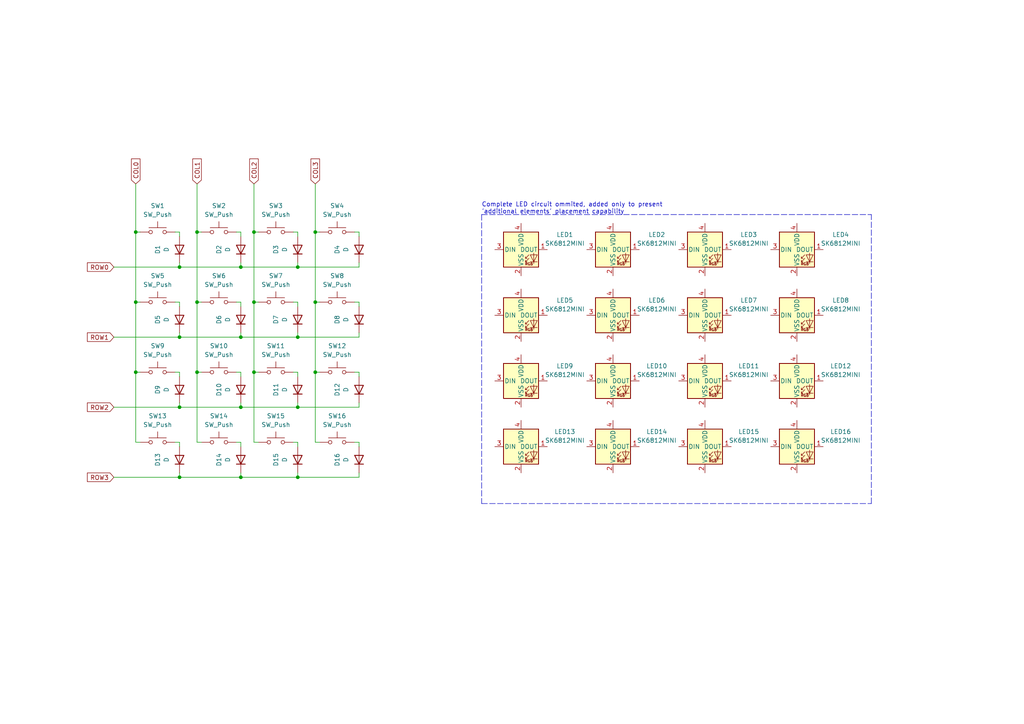
<source format=kicad_sch>
(kicad_sch (version 20211123) (generator eeschema)
  (paper "A4")
  (lib_symbols
    (symbol "Device:D" (pin_numbers hide) (pin_names (offset 1.016) hide)
      (property "Reference" "D" (at 0 2.54 0))
      (property "Value" "D" (at 0 -2.54 0))
      (symbol "D_0_1"
        (polyline (pts (xy -1.27 1.27) (xy -1.27 -1.27)) (stroke (width 0.254)))
        (polyline (pts (xy 1.27 0) (xy -1.27 0)))
        (polyline (pts (xy 1.27 1.27) (xy 1.27 -1.27) (xy -1.27 0) (xy 1.27 1.27)) (stroke (width 0.254)))
      )
      (symbol "D_1_1"
        (pin passive line (at -3.81 0 0) (length 2.54) (name "K") (number "1"))
        (pin passive line (at 3.81 0 180) (length 2.54) (name "A") (number "2"))
      )
    )
    (symbol "LED:SK6812MINI" (pin_names (offset 0.254))
      (property "Reference" "D" (at 5.08 5.715 0))
      (property "Value" "SK6812MINI" (at 1.27 -5.715 0))
      (symbol "SK6812MINI_0_0"
        (text "RGB" (at 2.286 -4.191 0) (effects (font (size 0.762 0.762))))
      )
      (symbol "SK6812MINI_0_1"
        (polyline (pts (xy 1.27 -3.556) (xy 1.778 -3.556)))
        (polyline (pts (xy 1.27 -2.54) (xy 1.778 -2.54)))
        (polyline (pts (xy 4.699 -3.556) (xy 2.667 -3.556)))
        (polyline (pts (xy 2.286 -2.54) (xy 1.27 -3.556) (xy 1.27 -3.048)))
        (polyline (pts (xy 2.286 -1.524) (xy 1.27 -2.54) (xy 1.27 -2.032)))
        (polyline (pts (xy 3.683 -1.016) (xy 3.683 -3.556) (xy 3.683 -4.064)))
        (polyline (pts (xy 4.699 -1.524) (xy 2.667 -1.524) (xy 3.683 -3.556) (xy 4.699 -1.524)))
        (rectangle (start 5.08 5.08) (end -5.08 -5.08) (stroke (width 0.254)) (fill (type background)))
      )
      (symbol "SK6812MINI_1_1"
        (pin output line (at 7.62 0 180) (length 2.54) (name "DOUT") (number "1"))
        (pin power_in line (at 0 -7.62 90) (length 2.54) (name "VSS") (number "2"))
        (pin input line (at -7.62 0 0) (length 2.54) (name "DIN") (number "3"))
        (pin power_in line (at 0 7.62 270) (length 2.54) (name "VDD") (number "4"))
      )
    )
    (symbol "Switch:SW_Push" (pin_numbers hide) (pin_names (offset 1.016) hide)
      (property "Reference" "SW" (at 1.27 2.54 0))
      (property "Value" "SW_Push" (at 0 -1.524 0))
      (symbol "SW_Push_0_1"
        (circle (center -2.032 0) (radius 0.508))
        (polyline (pts (xy 0 1.27) (xy 0 3.048)))
        (polyline (pts (xy 2.54 1.27) (xy -2.54 1.27)))
        (circle (center 2.032 0) (radius 0.508))
        (pin passive line (at -5.08 0 0) (length 2.54) (name "1") (number "1"))
        (pin passive line (at 5.08 0 180) (length 2.54) (name "2") (number "2"))
      )
    )
  )
  (junction (at 91.44 107.95))
  (junction (at 69.85 138.43))
  (junction (at 69.85 77.47))
  (junction (at 91.44 67.31))
  (junction (at 57.15 67.31))
  (junction (at 86.36 138.43))
  (junction (at 52.07 138.43))
  (junction (at 86.36 97.79))
  (junction (at 39.37 87.63))
  (junction (at 73.66 67.31))
  (junction (at 52.07 118.11))
  (junction (at 52.07 77.47))
  (junction (at 57.15 87.63))
  (junction (at 39.37 67.31))
  (junction (at 86.36 118.11))
  (junction (at 73.66 87.63))
  (junction (at 69.85 118.11))
  (junction (at 86.36 77.47))
  (junction (at 52.07 97.79))
  (junction (at 73.66 107.95))
  (junction (at 91.44 87.63))
  (junction (at 39.37 107.95))
  (junction (at 57.15 107.95))
  (junction (at 69.85 97.79))
  (wire (pts (xy 102.87 107.95) (xy 104.14 107.95)))
  (wire (pts (xy 104.14 67.31) (xy 104.14 68.58)))
  (wire (pts (xy 73.66 87.63) (xy 73.66 107.95)))
  (wire (pts (xy 86.36 67.31) (xy 86.36 68.58)))
  (wire (pts (xy 104.14 137.16) (xy 104.14 138.43)))
  (wire (pts (xy 33.02 138.43) (xy 52.07 138.43)))
  (wire (pts (xy 104.14 96.52) (xy 104.14 97.79)))
  (wire (pts (xy 74.93 67.31) (xy 73.66 67.31)))
  (wire (pts (xy 92.71 128.27) (xy 91.44 128.27)))
  (wire (pts (xy 52.07 97.79) (xy 69.85 97.79)))
  (wire (pts (xy 86.36 118.11) (xy 104.14 118.11)))
  (wire (pts (xy 92.71 67.31) (xy 91.44 67.31)))
  (polyline (pts (xy 252.73 146.05) (xy 252.73 62.23)))
  (wire (pts (xy 68.58 87.63) (xy 69.85 87.63)))
  (wire (pts (xy 86.36 97.79) (xy 104.14 97.79)))
  (wire (pts (xy 39.37 53.34) (xy 39.37 67.31)))
  (wire (pts (xy 86.36 76.2) (xy 86.36 77.47)))
  (wire (pts (xy 73.66 107.95) (xy 73.66 128.27)))
  (wire (pts (xy 74.93 107.95) (xy 73.66 107.95)))
  (wire (pts (xy 102.87 87.63) (xy 104.14 87.63)))
  (wire (pts (xy 57.15 87.63) (xy 57.15 107.95)))
  (wire (pts (xy 69.85 77.47) (xy 86.36 77.47)))
  (wire (pts (xy 52.07 76.2) (xy 52.07 77.47)))
  (wire (pts (xy 52.07 107.95) (xy 52.07 109.22)))
  (wire (pts (xy 58.42 67.31) (xy 57.15 67.31)))
  (wire (pts (xy 74.93 128.27) (xy 73.66 128.27)))
  (wire (pts (xy 104.14 107.95) (xy 104.14 109.22)))
  (wire (pts (xy 52.07 137.16) (xy 52.07 138.43)))
  (wire (pts (xy 69.85 118.11) (xy 86.36 118.11)))
  (wire (pts (xy 52.07 118.11) (xy 69.85 118.11)))
  (wire (pts (xy 69.85 96.52) (xy 69.85 97.79)))
  (wire (pts (xy 69.85 137.16) (xy 69.85 138.43)))
  (wire (pts (xy 52.07 138.43) (xy 69.85 138.43)))
  (wire (pts (xy 69.85 76.2) (xy 69.85 77.47)))
  (wire (pts (xy 57.15 53.34) (xy 57.15 67.31)))
  (wire (pts (xy 85.09 87.63) (xy 86.36 87.63)))
  (wire (pts (xy 68.58 67.31) (xy 69.85 67.31)))
  (wire (pts (xy 86.36 128.27) (xy 86.36 129.54)))
  (wire (pts (xy 40.64 107.95) (xy 39.37 107.95)))
  (wire (pts (xy 39.37 87.63) (xy 39.37 107.95)))
  (wire (pts (xy 73.66 53.34) (xy 73.66 67.31)))
  (wire (pts (xy 69.85 138.43) (xy 86.36 138.43)))
  (wire (pts (xy 69.85 128.27) (xy 69.85 129.54)))
  (wire (pts (xy 91.44 87.63) (xy 91.44 107.95)))
  (wire (pts (xy 86.36 87.63) (xy 86.36 88.9)))
  (wire (pts (xy 86.36 107.95) (xy 86.36 109.22)))
  (wire (pts (xy 91.44 53.34) (xy 91.44 67.31)))
  (wire (pts (xy 92.71 87.63) (xy 91.44 87.63)))
  (wire (pts (xy 52.07 116.84) (xy 52.07 118.11)))
  (wire (pts (xy 69.85 116.84) (xy 69.85 118.11)))
  (wire (pts (xy 86.36 116.84) (xy 86.36 118.11)))
  (wire (pts (xy 33.02 77.47) (xy 52.07 77.47)))
  (wire (pts (xy 91.44 107.95) (xy 91.44 128.27)))
  (wire (pts (xy 85.09 67.31) (xy 86.36 67.31)))
  (wire (pts (xy 40.64 128.27) (xy 39.37 128.27)))
  (wire (pts (xy 39.37 67.31) (xy 39.37 87.63)))
  (wire (pts (xy 58.42 107.95) (xy 57.15 107.95)))
  (wire (pts (xy 50.8 67.31) (xy 52.07 67.31)))
  (wire (pts (xy 52.07 96.52) (xy 52.07 97.79)))
  (wire (pts (xy 86.36 96.52) (xy 86.36 97.79)))
  (wire (pts (xy 50.8 128.27) (xy 52.07 128.27)))
  (wire (pts (xy 104.14 128.27) (xy 104.14 129.54)))
  (wire (pts (xy 69.85 67.31) (xy 69.85 68.58)))
  (wire (pts (xy 102.87 128.27) (xy 104.14 128.27)))
  (wire (pts (xy 104.14 116.84) (xy 104.14 118.11)))
  (wire (pts (xy 52.07 67.31) (xy 52.07 68.58)))
  (wire (pts (xy 85.09 128.27) (xy 86.36 128.27)))
  (wire (pts (xy 104.14 87.63) (xy 104.14 88.9)))
  (wire (pts (xy 52.07 128.27) (xy 52.07 129.54)))
  (wire (pts (xy 40.64 67.31) (xy 39.37 67.31)))
  (wire (pts (xy 69.85 87.63) (xy 69.85 88.9)))
  (polyline (pts (xy 139.7 62.23) (xy 252.73 62.23)))
  (wire (pts (xy 52.07 77.47) (xy 69.85 77.47)))
  (wire (pts (xy 33.02 97.79) (xy 52.07 97.79)))
  (wire (pts (xy 92.71 107.95) (xy 91.44 107.95)))
  (wire (pts (xy 58.42 87.63) (xy 57.15 87.63)))
  (wire (pts (xy 86.36 137.16) (xy 86.36 138.43)))
  (wire (pts (xy 86.36 77.47) (xy 104.14 77.47)))
  (wire (pts (xy 91.44 67.31) (xy 91.44 87.63)))
  (wire (pts (xy 50.8 107.95) (xy 52.07 107.95)))
  (wire (pts (xy 102.87 67.31) (xy 104.14 67.31)))
  (polyline (pts (xy 139.7 62.23) (xy 139.7 146.05)))
  (wire (pts (xy 39.37 107.95) (xy 39.37 128.27)))
  (wire (pts (xy 40.64 87.63) (xy 39.37 87.63)))
  (wire (pts (xy 85.09 107.95) (xy 86.36 107.95)))
  (wire (pts (xy 69.85 107.95) (xy 69.85 109.22)))
  (wire (pts (xy 52.07 87.63) (xy 52.07 88.9)))
  (wire (pts (xy 57.15 107.95) (xy 57.15 128.27)))
  (wire (pts (xy 68.58 107.95) (xy 69.85 107.95)))
  (wire (pts (xy 58.42 128.27) (xy 57.15 128.27)))
  (wire (pts (xy 50.8 87.63) (xy 52.07 87.63)))
  (polyline (pts (xy 139.7 146.05) (xy 252.73 146.05)))
  (wire (pts (xy 74.93 87.63) (xy 73.66 87.63)))
  (wire (pts (xy 57.15 67.31) (xy 57.15 87.63)))
  (wire (pts (xy 68.58 128.27) (xy 69.85 128.27)))
  (wire (pts (xy 69.85 97.79) (xy 86.36 97.79)))
  (wire (pts (xy 104.14 76.2) (xy 104.14 77.47)))
  (wire (pts (xy 33.02 118.11) (xy 52.07 118.11)))
  (wire (pts (xy 86.36 138.43) (xy 104.14 138.43)))
  (wire (pts (xy 73.66 67.31) (xy 73.66 87.63)))
  (text "Complete LED circuit ommited, added only to present\n'additional elements' placement capability" (at 139.7 62.23 0) (effects (font (size 1.27 1.27)) (justify left bottom)))
  (global_label "COL2" (shape input) (at 73.66 53.34 90) (property "Intersheet References" "${INTERSHEET_REFS}" (effects hide)))
  (global_label "ROW3" (shape input) (at 33.02 138.43 180) (property "Intersheet References" "${INTERSHEET_REFS}" (effects hide)))
  (global_label "COL3" (shape input) (at 91.44 53.34 90) (property "Intersheet References" "${INTERSHEET_REFS}" (effects hide)))
  (global_label "COL0" (shape input) (at 39.37 53.34 90) (property "Intersheet References" "${INTERSHEET_REFS}" (effects hide)))
  (global_label "ROW0" (shape input) (at 33.02 77.47 180) (property "Intersheet References" "${INTERSHEET_REFS}" (effects hide)))
  (global_label "ROW1" (shape input) (at 33.02 97.79 180) (property "Intersheet References" "${INTERSHEET_REFS}" (effects hide)))
  (global_label "COL1" (shape input) (at 57.15 53.34 90) (property "Intersheet References" "${INTERSHEET_REFS}" (effects hide)))
  (global_label "ROW2" (shape input) (at 33.02 118.11 180) (property "Intersheet References" "${INTERSHEET_REFS}" (effects hide)))
  (symbol (lib_id "Device:D") (at 86.36 133.35 90) (unit 1)
    (property "Reference" "D15" (at 80.01 133.35 0))
    (property "Value" "D" (at 82.55 133.35 0))
    (property "Footprint" "Diode_SMD:D_SOD-323F" (effects hide))
  )
  (symbol (lib_id "LED:SK6812MINI") (at 204.47 72.39 0) (unit 1)
    (property "Reference" "LED3" (at 217.17 68.0593 0))
    (property "Value" "SK6812MINI" (at 217.17 70.5993 0))
    (property "Footprint" "LED_SMD:LED_SK6812MINI_PLCC4_3.5x3.5mm_P1.75mm" (effects hide))
    (property "Datasheet" "https://cdn-shop.adafruit.com/product-files/2686/SK6812MINI_REV.01-1-2.pdf" (effects hide))
  )
  (symbol (lib_id "Device:D") (at 52.07 113.03 90) (unit 1)
    (property "Reference" "D9" (at 45.72 113.03 0))
    (property "Value" "D" (at 48.26 113.03 0))
    (property "Footprint" "Diode_SMD:D_SOD-323F" (effects hide))
  )
  (symbol (lib_id "Device:D") (at 86.36 72.39 90) (unit 1)
    (property "Reference" "D3" (at 80.01 72.39 0))
    (property "Value" "D" (at 82.55 72.39 0))
    (property "Footprint" "Diode_SMD:D_SOD-323F" (effects hide))
  )
  (symbol (lib_id "Switch:SW_Push") (at 97.79 67.31 0) (unit 1)
    (property "Reference" "SW4" (at 97.79 59.69 0))
    (property "Value" "SW_Push" (at 97.79 62.23 0))
    (property "Footprint" "Switch_Keyboard_Cherry_MX:SW_Cherry_MX_PCB_1.00u" (effects hide))
  )
  (symbol (lib_id "Device:D") (at 104.14 113.03 90) (unit 1)
    (property "Reference" "D12" (at 97.79 113.03 0))
    (property "Value" "D" (at 100.33 113.03 0))
    (property "Footprint" "Diode_SMD:D_SOD-323F" (effects hide))
  )
  (symbol (lib_id "Switch:SW_Push") (at 97.79 87.63 0) (unit 1)
    (property "Reference" "SW8" (at 97.79 80.01 0))
    (property "Value" "SW_Push" (at 97.79 82.55 0))
    (property "Footprint" "Switch_Keyboard_Cherry_MX:SW_Cherry_MX_PCB_1.00u" (effects hide))
  )
  (symbol (lib_id "Device:D") (at 86.36 113.03 90) (unit 1)
    (property "Reference" "D11" (at 80.01 113.03 0))
    (property "Value" "D" (at 82.55 113.03 0))
    (property "Footprint" "Diode_SMD:D_SOD-323F" (effects hide))
  )
  (symbol (lib_id "LED:SK6812MINI") (at 151.13 110.49 0) (unit 1)
    (property "Reference" "LED9" (at 163.83 106.1593 0))
    (property "Value" "SK6812MINI" (at 163.83 108.6993 0))
    (property "Footprint" "LED_SMD:LED_SK6812MINI_PLCC4_3.5x3.5mm_P1.75mm" (effects hide))
    (property "Datasheet" "https://cdn-shop.adafruit.com/product-files/2686/SK6812MINI_REV.01-1-2.pdf" (effects hide))
  )
  (symbol (lib_id "Switch:SW_Push") (at 45.72 107.95 0) (unit 1)
    (property "Reference" "SW9" (at 45.72 100.33 0))
    (property "Value" "SW_Push" (at 45.72 102.87 0))
    (property "Footprint" "Switch_Keyboard_Cherry_MX:SW_Cherry_MX_PCB_1.00u" (effects hide))
  )
  (symbol (lib_id "Switch:SW_Push") (at 63.5 107.95 0) (unit 1)
    (property "Reference" "SW10" (at 63.5 100.33 0))
    (property "Value" "SW_Push" (at 63.5 102.87 0))
    (property "Footprint" "Switch_Keyboard_Cherry_MX:SW_Cherry_MX_PCB_1.00u" (effects hide))
  )
  (symbol (lib_id "Switch:SW_Push") (at 97.79 128.27 0) (unit 1)
    (property "Reference" "SW16" (at 97.79 120.65 0))
    (property "Value" "SW_Push" (at 97.79 123.19 0))
    (property "Footprint" "Switch_Keyboard_Cherry_MX:SW_Cherry_MX_PCB_1.00u" (effects hide))
  )
  (symbol (lib_id "LED:SK6812MINI") (at 151.13 129.54 0) (unit 1)
    (property "Reference" "LED13" (at 163.83 125.2093 0))
    (property "Value" "SK6812MINI" (at 163.83 127.7493 0))
    (property "Footprint" "LED_SMD:LED_SK6812MINI_PLCC4_3.5x3.5mm_P1.75mm" (effects hide))
    (property "Datasheet" "https://cdn-shop.adafruit.com/product-files/2686/SK6812MINI_REV.01-1-2.pdf" (effects hide))
  )
  (symbol (lib_id "Switch:SW_Push") (at 63.5 67.31 0) (unit 1)
    (property "Reference" "SW2" (at 63.5 59.69 0))
    (property "Value" "SW_Push" (at 63.5 62.23 0))
    (property "Footprint" "Switch_Keyboard_Cherry_MX:SW_Cherry_MX_PCB_1.00u" (effects hide))
  )
  (symbol (lib_id "Device:D") (at 52.07 72.39 90) (unit 1)
    (property "Reference" "D1" (at 45.72 72.39 0))
    (property "Value" "D" (at 48.26 72.39 0))
    (property "Footprint" "Diode_SMD:D_SOD-323F" (effects hide))
  )
  (symbol (lib_id "LED:SK6812MINI") (at 231.14 91.44 0) (unit 1)
    (property "Reference" "LED8" (at 243.84 87.1093 0))
    (property "Value" "SK6812MINI" (at 243.84 89.6493 0))
    (property "Footprint" "LED_SMD:LED_SK6812MINI_PLCC4_3.5x3.5mm_P1.75mm" (effects hide))
    (property "Datasheet" "https://cdn-shop.adafruit.com/product-files/2686/SK6812MINI_REV.01-1-2.pdf" (effects hide))
  )
  (symbol (lib_id "Switch:SW_Push") (at 63.5 87.63 0) (unit 1)
    (property "Reference" "SW6" (at 63.5 80.01 0))
    (property "Value" "SW_Push" (at 63.5 82.55 0))
    (property "Footprint" "Switch_Keyboard_Cherry_MX:SW_Cherry_MX_PCB_1.00u" (effects hide))
  )
  (symbol (lib_id "Device:D") (at 69.85 113.03 90) (unit 1)
    (property "Reference" "D10" (at 63.5 113.03 0))
    (property "Value" "D" (at 66.04 113.03 0))
    (property "Footprint" "Diode_SMD:D_SOD-323F" (effects hide))
  )
  (symbol (lib_id "Device:D") (at 52.07 92.71 90) (unit 1)
    (property "Reference" "D5" (at 45.72 92.71 0))
    (property "Value" "D" (at 48.26 92.71 0))
    (property "Footprint" "Diode_SMD:D_SOD-323F" (effects hide))
  )
  (symbol (lib_id "LED:SK6812MINI") (at 231.14 110.49 0) (unit 1)
    (property "Reference" "LED12" (at 243.84 106.1593 0))
    (property "Value" "SK6812MINI" (at 243.84 108.6993 0))
    (property "Footprint" "LED_SMD:LED_SK6812MINI_PLCC4_3.5x3.5mm_P1.75mm" (effects hide))
    (property "Datasheet" "https://cdn-shop.adafruit.com/product-files/2686/SK6812MINI_REV.01-1-2.pdf" (effects hide))
  )
  (symbol (lib_id "Device:D") (at 104.14 92.71 90) (unit 1)
    (property "Reference" "D8" (at 97.79 92.71 0))
    (property "Value" "D" (at 100.33 92.71 0))
    (property "Footprint" "Diode_SMD:D_SOD-323F" (effects hide))
  )
  (symbol (lib_id "Switch:SW_Push") (at 97.79 107.95 0) (unit 1)
    (property "Reference" "SW12" (at 97.79 100.33 0))
    (property "Value" "SW_Push" (at 97.79 102.87 0))
    (property "Footprint" "Switch_Keyboard_Cherry_MX:SW_Cherry_MX_PCB_1.00u" (effects hide))
  )
  (symbol (lib_id "Switch:SW_Push") (at 45.72 128.27 0) (unit 1)
    (property "Reference" "SW13" (at 45.72 120.65 0))
    (property "Value" "SW_Push" (at 45.72 123.19 0))
    (property "Footprint" "Switch_Keyboard_Cherry_MX:SW_Cherry_MX_PCB_1.00u" (effects hide))
  )
  (symbol (lib_id "Device:D") (at 69.85 72.39 90) (unit 1)
    (property "Reference" "D2" (at 63.5 72.39 0))
    (property "Value" "D" (at 66.04 72.39 0))
    (property "Footprint" "Diode_SMD:D_SOD-323F" (effects hide))
  )
  (symbol (lib_id "Device:D") (at 86.36 92.71 90) (unit 1)
    (property "Reference" "D7" (at 80.01 92.71 0))
    (property "Value" "D" (at 82.55 92.71 0))
    (property "Footprint" "Diode_SMD:D_SOD-323F" (effects hide))
  )
  (symbol (lib_id "Device:D") (at 104.14 72.39 90) (unit 1)
    (property "Reference" "D4" (at 97.79 72.39 0))
    (property "Value" "D" (at 100.33 72.39 0))
    (property "Footprint" "Diode_SMD:D_SOD-323F" (effects hide))
  )
  (symbol (lib_id "LED:SK6812MINI") (at 151.13 91.44 0) (unit 1)
    (property "Reference" "LED5" (at 163.83 87.1093 0))
    (property "Value" "SK6812MINI" (at 163.83 89.6493 0))
    (property "Footprint" "LED_SMD:LED_SK6812MINI_PLCC4_3.5x3.5mm_P1.75mm" (effects hide))
    (property "Datasheet" "https://cdn-shop.adafruit.com/product-files/2686/SK6812MINI_REV.01-1-2.pdf" (effects hide))
  )
  (symbol (lib_id "Switch:SW_Push") (at 63.5 128.27 0) (unit 1)
    (property "Reference" "SW14" (at 63.5 120.65 0))
    (property "Value" "SW_Push" (at 63.5 123.19 0))
    (property "Footprint" "Switch_Keyboard_Cherry_MX:SW_Cherry_MX_PCB_1.00u" (effects hide))
  )
  (symbol (lib_id "Switch:SW_Push") (at 80.01 107.95 0) (unit 1)
    (property "Reference" "SW11" (at 80.01 100.33 0))
    (property "Value" "SW_Push" (at 80.01 102.87 0))
    (property "Footprint" "Switch_Keyboard_Cherry_MX:SW_Cherry_MX_PCB_1.00u" (effects hide))
  )
  (symbol (lib_id "Device:D") (at 104.14 133.35 90) (unit 1)
    (property "Reference" "D16" (at 97.79 133.35 0))
    (property "Value" "D" (at 100.33 133.35 0))
    (property "Footprint" "Diode_SMD:D_SOD-323F" (effects hide))
  )
  (symbol (lib_id "Switch:SW_Push") (at 80.01 67.31 0) (unit 1)
    (property "Reference" "SW3" (at 80.01 59.69 0))
    (property "Value" "SW_Push" (at 80.01 62.23 0))
    (property "Footprint" "Switch_Keyboard_Cherry_MX:SW_Cherry_MX_PCB_1.00u" (effects hide))
  )
  (symbol (lib_id "LED:SK6812MINI") (at 231.14 72.39 0) (unit 1)
    (property "Reference" "LED4" (at 243.84 68.0593 0))
    (property "Value" "SK6812MINI" (at 243.84 70.5993 0))
    (property "Footprint" "LED_SMD:LED_SK6812MINI_PLCC4_3.5x3.5mm_P1.75mm" (effects hide))
    (property "Datasheet" "https://cdn-shop.adafruit.com/product-files/2686/SK6812MINI_REV.01-1-2.pdf" (effects hide))
  )
  (symbol (lib_id "LED:SK6812MINI") (at 204.47 91.44 0) (unit 1)
    (property "Reference" "LED7" (at 217.17 87.1093 0))
    (property "Value" "SK6812MINI" (at 217.17 89.6493 0))
    (property "Footprint" "LED_SMD:LED_SK6812MINI_PLCC4_3.5x3.5mm_P1.75mm" (effects hide))
    (property "Datasheet" "https://cdn-shop.adafruit.com/product-files/2686/SK6812MINI_REV.01-1-2.pdf" (effects hide))
  )
  (symbol (lib_id "LED:SK6812MINI") (at 177.8 110.49 0) (unit 1)
    (property "Reference" "LED10" (at 190.5 106.1593 0))
    (property "Value" "SK6812MINI" (at 190.5 108.6993 0))
    (property "Footprint" "LED_SMD:LED_SK6812MINI_PLCC4_3.5x3.5mm_P1.75mm" (effects hide))
    (property "Datasheet" "https://cdn-shop.adafruit.com/product-files/2686/SK6812MINI_REV.01-1-2.pdf" (effects hide))
  )
  (symbol (lib_id "Switch:SW_Push") (at 45.72 67.31 0) (unit 1)
    (property "Reference" "SW1" (at 45.72 59.69 0))
    (property "Value" "SW_Push" (at 45.72 62.23 0))
    (property "Footprint" "Switch_Keyboard_Cherry_MX:SW_Cherry_MX_PCB_1.00u" (effects hide))
  )
  (symbol (lib_id "LED:SK6812MINI") (at 204.47 110.49 0) (unit 1)
    (property "Reference" "LED11" (at 217.17 106.1593 0))
    (property "Value" "SK6812MINI" (at 217.17 108.6993 0))
    (property "Footprint" "LED_SMD:LED_SK6812MINI_PLCC4_3.5x3.5mm_P1.75mm" (effects hide))
    (property "Datasheet" "https://cdn-shop.adafruit.com/product-files/2686/SK6812MINI_REV.01-1-2.pdf" (effects hide))
  )
  (symbol (lib_id "Switch:SW_Push") (at 80.01 128.27 0) (unit 1)
    (property "Reference" "SW15" (at 80.01 120.65 0))
    (property "Value" "SW_Push" (at 80.01 123.19 0))
    (property "Footprint" "Switch_Keyboard_Cherry_MX:SW_Cherry_MX_PCB_1.00u" (effects hide))
  )
  (symbol (lib_id "Device:D") (at 52.07 133.35 90) (unit 1)
    (property "Reference" "D13" (at 45.72 133.35 0))
    (property "Value" "D" (at 48.26 133.35 0))
    (property "Footprint" "Diode_SMD:D_SOD-323F" (effects hide))
  )
  (symbol (lib_id "Device:D") (at 69.85 92.71 90) (unit 1)
    (property "Reference" "D6" (at 63.5 92.71 0))
    (property "Value" "D" (at 66.04 92.71 0))
    (property "Footprint" "Diode_SMD:D_SOD-323F" (effects hide))
  )
  (symbol (lib_id "Switch:SW_Push") (at 45.72 87.63 0) (unit 1)
    (property "Reference" "SW5" (at 45.72 80.01 0))
    (property "Value" "SW_Push" (at 45.72 82.55 0))
    (property "Footprint" "Switch_Keyboard_Cherry_MX:SW_Cherry_MX_PCB_1.00u" (effects hide))
  )
  (symbol (lib_id "Switch:SW_Push") (at 80.01 87.63 0) (unit 1)
    (property "Reference" "SW7" (at 80.01 80.01 0))
    (property "Value" "SW_Push" (at 80.01 82.55 0))
    (property "Footprint" "Switch_Keyboard_Cherry_MX:SW_Cherry_MX_PCB_1.00u" (effects hide))
  )
  (symbol (lib_id "LED:SK6812MINI") (at 151.13 72.39 0) (unit 1)
    (property "Reference" "LED1" (at 163.83 68.0593 0))
    (property "Value" "SK6812MINI" (at 163.83 70.5993 0))
    (property "Footprint" "LED_SMD:LED_SK6812MINI_PLCC4_3.5x3.5mm_P1.75mm" (effects hide))
    (property "Datasheet" "https://cdn-shop.adafruit.com/product-files/2686/SK6812MINI_REV.01-1-2.pdf" (effects hide))
  )
  (symbol (lib_id "LED:SK6812MINI") (at 177.8 91.44 0) (unit 1)
    (property "Reference" "LED6" (at 190.5 87.1093 0))
    (property "Value" "SK6812MINI" (at 190.5 89.6493 0))
    (property "Footprint" "LED_SMD:LED_SK6812MINI_PLCC4_3.5x3.5mm_P1.75mm" (effects hide))
    (property "Datasheet" "https://cdn-shop.adafruit.com/product-files/2686/SK6812MINI_REV.01-1-2.pdf" (effects hide))
  )
  (symbol (lib_id "LED:SK6812MINI") (at 177.8 72.39 0) (unit 1)
    (property "Reference" "LED2" (at 190.5 68.0593 0))
    (property "Value" "SK6812MINI" (at 190.5 70.5993 0))
    (property "Footprint" "LED_SMD:LED_SK6812MINI_PLCC4_3.5x3.5mm_P1.75mm" (effects hide))
    (property "Datasheet" "https://cdn-shop.adafruit.com/product-files/2686/SK6812MINI_REV.01-1-2.pdf" (effects hide))
  )
  (symbol (lib_id "LED:SK6812MINI") (at 177.8 129.54 0) (unit 1)
    (property "Reference" "LED14" (at 190.5 125.2093 0))
    (property "Value" "SK6812MINI" (at 190.5 127.7493 0))
    (property "Footprint" "LED_SMD:LED_SK6812MINI_PLCC4_3.5x3.5mm_P1.75mm" (effects hide))
    (property "Datasheet" "https://cdn-shop.adafruit.com/product-files/2686/SK6812MINI_REV.01-1-2.pdf" (effects hide))
  )
  (symbol (lib_id "LED:SK6812MINI") (at 231.14 129.54 0) (unit 1)
    (property "Reference" "LED16" (at 243.84 125.2093 0))
    (property "Value" "SK6812MINI" (at 243.84 127.7493 0))
    (property "Footprint" "LED_SMD:LED_SK6812MINI_PLCC4_3.5x3.5mm_P1.75mm" (effects hide))
    (property "Datasheet" "https://cdn-shop.adafruit.com/product-files/2686/SK6812MINI_REV.01-1-2.pdf" (effects hide))
  )
  (symbol (lib_id "LED:SK6812MINI") (at 204.47 129.54 0) (unit 1)
    (property "Reference" "LED15" (at 217.17 125.2093 0))
    (property "Value" "SK6812MINI" (at 217.17 127.7493 0))
    (property "Footprint" "LED_SMD:LED_SK6812MINI_PLCC4_3.5x3.5mm_P1.75mm" (effects hide))
    (property "Datasheet" "https://cdn-shop.adafruit.com/product-files/2686/SK6812MINI_REV.01-1-2.pdf" (effects hide))
  )
  (symbol (lib_id "Device:D") (at 69.85 133.35 90) (unit 1)
    (property "Reference" "D14" (at 63.5 133.35 0))
    (property "Value" "D" (at 66.04 133.35 0))
    (property "Footprint" "Diode_SMD:D_SOD-323F" (effects hide))
  )
)
</source>
